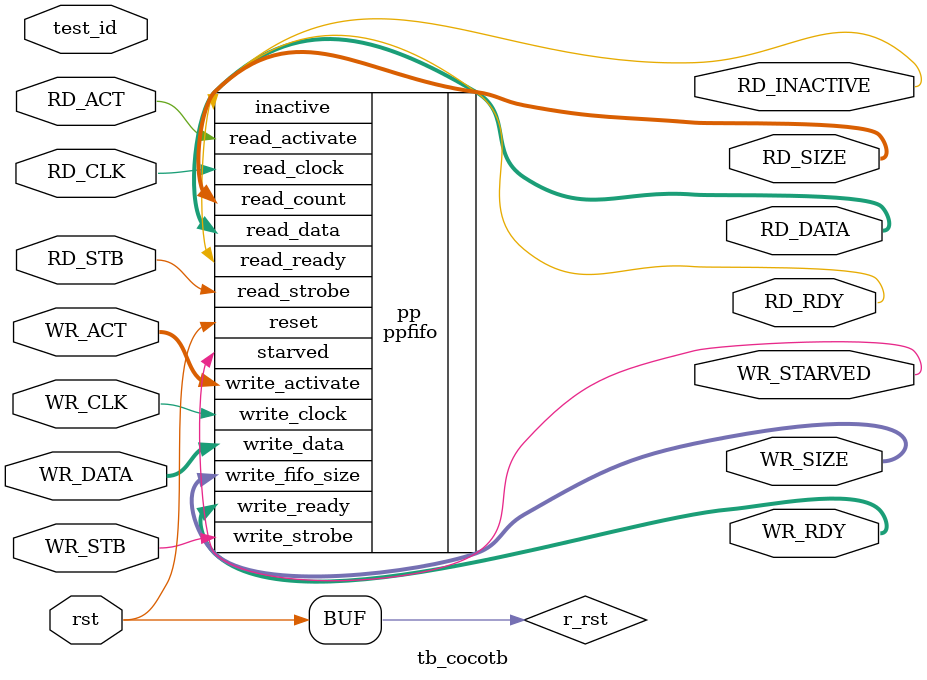
<source format=v>
`timescale 1ns/1ps

module tb_cocotb #(
  parameter DATA_WIDTH          = 32,
  parameter FIFO_WIDTH          = 8
)(

  input                             rst,
  input       [31:0]                test_id,

  //write side
  input                             WR_CLK,
  output      [1:0]                 WR_RDY,
  input       [1:0]                 WR_ACT,
  output      [23:0]                WR_SIZE,
  input                             WR_STB,
  input       [DATA_WIDTH - 1: 0]   WR_DATA,
  output                            WR_STARVED,

  //read side
  input                             RD_CLK,
  input                             RD_STB,
  output                            RD_RDY,
  input                             RD_ACT,
  output      [23:0]                RD_SIZE,
  output      [DATA_WIDTH - 1: 0]   RD_DATA,

  output                            RD_INACTIVE
);

//Local Parameters

//Registers/Wires
reg                                 r_rst;

//Submodules
ppfifo#(
  .DATA_WIDTH      (DATA_WIDTH      ),
  .ADDRESS_WIDTH   (FIFO_WIDTH      )
)pp(
  //universal input
  .reset           (r_rst           ),

  //Write Path
  .write_clock     (WR_CLK          ),
  .write_ready     (WR_RDY          ),
  .write_activate  (WR_ACT          ),
  .write_fifo_size (WR_SIZE         ),
  .write_strobe    (WR_STB          ),
  .write_data      (WR_DATA         ),
  .starved         (WR_STARVED      ),

  //Read Path
  .read_clock      (RD_CLK          ),
  .read_strobe     (RD_STB          ),
  .read_ready      (RD_RDY          ),
  .read_activate   (RD_ACT          ),
  .read_count      (RD_SIZE         ),
  .read_data       (RD_DATA         ),

  .inactive        (RD_INACTIVE     )
);

//There is a timing thing in COCOTB when stiumlating a signal, sometimes it can be corrupted if not registered
always @ (*) r_rst          = rst;

//Submodules
//Asynchronous Logic
//Synchronous Logic
//Simulation Control
initial begin
  $dumpfile ("design.vcd");
  $dumpvars(0, tb_cocotb);
end

endmodule

</source>
